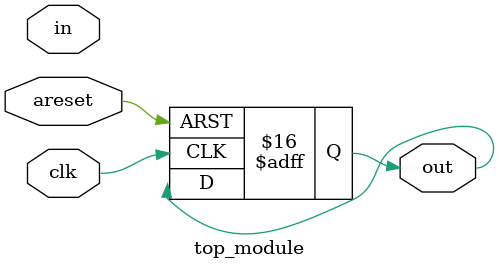
<source format=sv>
module top_module (
	input clk,
	input in,
	input areset,
	output reg out
);

	// Define states
	typedef enum logic [1:0] {
		A, B, C, D
	} state_t;

	reg state, next_state;

	always @(posedge clk or posedge areset) begin
		if (areset) begin
			state <= A;
			next_state <= A;
			out <= 0;
		end else begin
			state <= next_state;
			case (state)
				A: begin
					if (in) begin
						next_state = B;
					end else begin
						next_state = A;
					end
				end
				B: begin
					if (in) begin
						next_state = C;
					end else begin
						next_state = B;
					end
				end
				C: begin
					if (in) begin
						next_state = D;
					end else begin
						next_state = A;
					end
				end
				D: begin
					if (in) begin
						next_state = B;
					end else begin
						next_state = C;
					end
					out <= 1;
				end
				default: next_state <= A;
			endcase
		end
	end

endmodule

</source>
